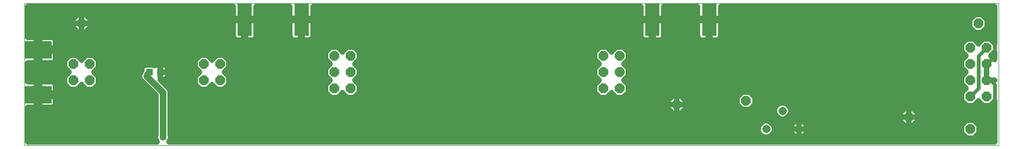
<source format=gbr>
G75*
%MOIN*%
%OFA0B0*%
%FSLAX24Y24*%
%IPPOS*%
%LPD*%
%AMOC8*
5,1,8,0,0,1.08239X$1,22.5*
%
%ADD10C,0.0000*%
%ADD11OC8,0.0600*%
%ADD12C,0.0515*%
%ADD13R,0.0433X0.0394*%
%ADD14R,0.1650X0.1050*%
%ADD15R,0.0900X0.2000*%
%ADD16C,0.0357*%
%ADD17C,0.0320*%
%ADD18C,0.0240*%
%ADD19C,0.0436*%
%ADD20C,0.0400*%
D10*
X003851Y002794D02*
X003851Y011539D01*
X063593Y011539D01*
X063593Y002794D01*
X003851Y002794D01*
X003851Y005094D02*
X003851Y009494D01*
X016901Y011544D02*
X021301Y011544D01*
X041901Y011544D02*
X046301Y011544D01*
D11*
X040351Y008294D03*
X039351Y008294D03*
X039351Y007294D03*
X040351Y007294D03*
X040351Y006294D03*
X039351Y006294D03*
X043851Y005294D03*
X048101Y005544D03*
X058101Y004544D03*
X061851Y003794D03*
X061851Y005794D03*
X062851Y005794D03*
X062851Y006794D03*
X061851Y006794D03*
X061851Y007794D03*
X062851Y007794D03*
X062851Y008794D03*
X061851Y008794D03*
X062351Y010294D03*
X023851Y008294D03*
X022851Y008294D03*
X022851Y007294D03*
X023851Y007294D03*
X023851Y006294D03*
X022851Y006294D03*
X015851Y006794D03*
X014851Y006794D03*
X014851Y007794D03*
X015851Y007794D03*
X007851Y007794D03*
X006851Y007794D03*
X006851Y006794D03*
X007851Y006794D03*
X007351Y010294D03*
D12*
X049351Y003797D03*
X051351Y003797D03*
X050351Y004919D03*
D13*
X012185Y007294D03*
X011516Y007294D03*
D14*
X004683Y005919D03*
X004683Y008670D03*
D15*
X017361Y010534D03*
X020841Y010534D03*
X042361Y010534D03*
X045841Y010534D03*
D16*
X047976Y009419D03*
X049851Y010044D03*
X050851Y010044D03*
X051851Y010544D03*
X052601Y010544D03*
X055601Y009294D03*
X053601Y008794D03*
X052476Y008419D03*
X054101Y007794D03*
X055101Y007919D03*
X055976Y008544D03*
X056726Y008669D03*
X058476Y008419D03*
X060351Y008419D03*
X060851Y009544D03*
X062976Y009669D03*
X062976Y010919D03*
X061476Y010919D03*
X048476Y007169D03*
X051976Y006919D03*
X051976Y006169D03*
X054351Y005544D03*
X055101Y005544D03*
X056726Y005919D03*
X058601Y006044D03*
X060226Y006169D03*
X062851Y004794D03*
X060976Y004544D03*
X059476Y004044D03*
X062851Y003794D03*
X055226Y004544D03*
X052851Y004044D03*
X051976Y003919D03*
X053851Y003794D03*
X054351Y003794D03*
X051976Y004919D03*
X048851Y004794D03*
X046351Y004294D03*
X044351Y004294D03*
X042351Y004294D03*
X039101Y004794D03*
X039851Y005669D03*
X038226Y006294D03*
X037351Y006294D03*
X035351Y006294D03*
X034101Y006294D03*
X032851Y006294D03*
X030851Y006294D03*
X029601Y006294D03*
X028351Y006294D03*
X026351Y006294D03*
X023351Y005294D03*
X021351Y005294D03*
X019351Y005294D03*
X017351Y005294D03*
X015351Y005294D03*
X013351Y005294D03*
X011351Y005294D03*
X009351Y005294D03*
X011351Y007044D03*
X012851Y007294D03*
X009351Y007294D03*
X009351Y009294D03*
X010351Y009294D03*
X012351Y009294D03*
X013351Y009294D03*
X015351Y009294D03*
X017351Y009294D03*
X021351Y009294D03*
X023351Y009294D03*
X026351Y008794D03*
X028351Y008794D03*
X029601Y008794D03*
X030851Y008794D03*
X032851Y008794D03*
X034101Y008794D03*
X035351Y008794D03*
X037351Y008794D03*
X039851Y009044D03*
X042351Y008294D03*
X046351Y008294D03*
X038226Y008044D03*
X042351Y006294D03*
X044351Y006294D03*
X046351Y006294D03*
X037351Y003794D03*
X035351Y003794D03*
X034101Y003794D03*
X032851Y003794D03*
X030851Y003794D03*
X029601Y003794D03*
X028351Y003794D03*
X026351Y003794D03*
X023351Y010294D03*
X025851Y010419D03*
D17*
X021551Y010469D02*
X021551Y009509D01*
X021541Y009459D01*
X021521Y009411D01*
X021493Y009369D01*
X021456Y009332D01*
X021414Y009304D01*
X021366Y009284D01*
X021316Y009274D01*
X020906Y009274D01*
X020906Y010469D01*
X020776Y010469D01*
X020776Y009274D01*
X020365Y009274D01*
X020315Y009284D01*
X020267Y009304D01*
X020225Y009332D01*
X020189Y009369D01*
X020160Y009411D01*
X020141Y009459D01*
X020131Y009509D01*
X020131Y010469D01*
X020776Y010469D01*
X020776Y010599D01*
X020131Y010599D01*
X020131Y011329D01*
X018071Y011329D01*
X018071Y010599D01*
X017426Y010599D01*
X017426Y010469D01*
X018071Y010469D01*
X018071Y009509D01*
X018061Y009459D01*
X018041Y009411D01*
X018013Y009369D01*
X017976Y009332D01*
X017934Y009304D01*
X017886Y009284D01*
X017836Y009274D01*
X017426Y009274D01*
X017426Y010469D01*
X017296Y010469D01*
X017296Y009274D01*
X016885Y009274D01*
X016835Y009284D01*
X016787Y009304D01*
X016745Y009332D01*
X016709Y009369D01*
X016680Y009411D01*
X016661Y009459D01*
X016651Y009509D01*
X016651Y010469D01*
X017296Y010469D01*
X017296Y010599D01*
X016651Y010599D01*
X016651Y011329D01*
X004061Y011329D01*
X004061Y009455D01*
X004581Y009455D01*
X004581Y008773D01*
X004786Y008773D01*
X004786Y009455D01*
X005534Y009455D01*
X005584Y009445D01*
X005632Y009426D01*
X005674Y009397D01*
X005710Y009361D01*
X005739Y009318D01*
X005758Y009271D01*
X005768Y009221D01*
X005768Y008773D01*
X004786Y008773D01*
X004786Y008568D01*
X005768Y008568D01*
X005768Y008120D01*
X005758Y008069D01*
X005739Y008022D01*
X005710Y007979D01*
X005674Y007943D01*
X005632Y007915D01*
X005584Y007895D01*
X005534Y007885D01*
X004786Y007885D01*
X004786Y008568D01*
X004581Y008568D01*
X004581Y007885D01*
X004061Y007885D01*
X004061Y006704D01*
X004581Y006704D01*
X004581Y006021D01*
X004786Y006021D01*
X005768Y006021D01*
X005768Y006469D01*
X005758Y006519D01*
X005739Y006567D01*
X005710Y006609D01*
X005674Y006646D01*
X005632Y006674D01*
X005584Y006694D01*
X005534Y006704D01*
X004786Y006704D01*
X004786Y006021D01*
X004786Y005816D01*
X004786Y005134D01*
X005534Y005134D01*
X005584Y005144D01*
X005632Y005163D01*
X005674Y005192D01*
X005710Y005228D01*
X005739Y005270D01*
X005758Y005318D01*
X005768Y005368D01*
X005768Y005816D01*
X004786Y005816D01*
X004581Y005816D01*
X004581Y005134D01*
X004061Y005134D01*
X004061Y003004D01*
X011993Y003004D01*
X011963Y003035D01*
X011893Y003203D01*
X011893Y003385D01*
X011911Y003428D01*
X011911Y005862D01*
X010978Y006795D01*
X010911Y006957D01*
X010911Y007132D01*
X010978Y007294D01*
X010992Y007308D01*
X011012Y007356D01*
X011059Y007404D01*
X008224Y007404D01*
X008114Y007294D02*
X008391Y007571D01*
X008391Y008018D01*
X008074Y008334D01*
X007627Y008334D01*
X007351Y008058D01*
X007074Y008334D01*
X006627Y008334D01*
X006311Y008018D01*
X006311Y007571D01*
X006587Y007294D01*
X006311Y007018D01*
X006311Y006571D01*
X006627Y006254D01*
X007074Y006254D01*
X007351Y006531D01*
X007627Y006254D01*
X008074Y006254D01*
X008391Y006571D01*
X008391Y007018D01*
X008114Y007294D01*
X008323Y007086D02*
X010911Y007086D01*
X011351Y007044D02*
X011351Y007129D01*
X011516Y007294D01*
X011059Y007404D02*
X011059Y007539D01*
X011096Y007627D01*
X011163Y007695D01*
X011252Y007731D01*
X011780Y007731D01*
X011829Y007711D01*
X011846Y007722D01*
X011893Y007741D01*
X011943Y007751D01*
X012185Y007751D01*
X012185Y007294D01*
X012185Y007294D01*
X012185Y006838D01*
X012180Y006838D01*
X012724Y006294D01*
X012791Y006132D01*
X012791Y003428D01*
X012808Y003385D01*
X012808Y003203D01*
X012739Y003035D01*
X012708Y003004D01*
X063351Y003004D01*
X063351Y005531D01*
X063074Y005254D01*
X062627Y005254D01*
X062351Y005531D01*
X062074Y005254D01*
X061627Y005254D01*
X061311Y005571D01*
X061311Y006018D01*
X061587Y006294D01*
X061311Y006571D01*
X061311Y007018D01*
X061587Y007294D01*
X061311Y007571D01*
X061311Y008018D01*
X061587Y008294D01*
X061311Y008571D01*
X061311Y009018D01*
X061627Y009334D01*
X062074Y009334D01*
X062351Y009058D01*
X062627Y009334D01*
X063074Y009334D01*
X063351Y009058D01*
X063351Y011329D01*
X046551Y011329D01*
X046551Y010599D01*
X045906Y010599D01*
X045906Y010469D01*
X046551Y010469D01*
X046551Y009509D01*
X046541Y009459D01*
X046521Y009411D01*
X046493Y009369D01*
X046456Y009332D01*
X046414Y009304D01*
X046366Y009284D01*
X046316Y009274D01*
X045906Y009274D01*
X045906Y010469D01*
X045776Y010469D01*
X045776Y009274D01*
X045365Y009274D01*
X045315Y009284D01*
X045267Y009304D01*
X045225Y009332D01*
X045189Y009369D01*
X045160Y009411D01*
X045141Y009459D01*
X045131Y009509D01*
X045131Y010469D01*
X045776Y010469D01*
X045776Y010599D01*
X045131Y010599D01*
X045131Y011329D01*
X043071Y011329D01*
X043071Y010599D01*
X042426Y010599D01*
X042426Y010469D01*
X043071Y010469D01*
X043071Y009509D01*
X043061Y009459D01*
X043041Y009411D01*
X043013Y009369D01*
X042976Y009332D01*
X042934Y009304D01*
X042886Y009284D01*
X042836Y009274D01*
X042426Y009274D01*
X042426Y010469D01*
X042296Y010469D01*
X042296Y009274D01*
X041885Y009274D01*
X041835Y009284D01*
X041787Y009304D01*
X041745Y009332D01*
X041709Y009369D01*
X041680Y009411D01*
X041661Y009459D01*
X041651Y009509D01*
X041651Y010469D01*
X042296Y010469D01*
X042296Y010599D01*
X041651Y010599D01*
X041651Y011329D01*
X021551Y011329D01*
X021551Y010599D01*
X020906Y010599D01*
X020906Y010469D01*
X021551Y010469D01*
X020906Y010589D02*
X042296Y010589D01*
X042426Y010589D02*
X045776Y010589D01*
X045906Y010589D02*
X061882Y010589D01*
X061811Y010518D02*
X061811Y010071D01*
X062127Y009754D01*
X062574Y009754D01*
X062891Y010071D01*
X062891Y010518D01*
X062574Y010834D01*
X062127Y010834D01*
X061811Y010518D01*
X062819Y010589D02*
X063351Y010589D01*
X063351Y010271D02*
X062891Y010271D01*
X061811Y010271D02*
X046551Y010271D01*
X045906Y010271D02*
X045776Y010271D01*
X045131Y010271D02*
X043071Y010271D01*
X042426Y010271D02*
X042296Y010271D01*
X041651Y010271D02*
X021551Y010271D01*
X020906Y010271D02*
X020776Y010271D01*
X020131Y010271D02*
X018071Y010271D01*
X017426Y010271D02*
X017296Y010271D01*
X016651Y010271D02*
X007911Y010271D01*
X007911Y010294D02*
X007351Y010294D01*
X007351Y010294D01*
X007351Y009734D01*
X007583Y009734D01*
X007911Y010062D01*
X007911Y010294D01*
X007911Y010526D01*
X007583Y010854D01*
X007351Y010854D01*
X007351Y010294D01*
X007351Y010294D01*
X007911Y010294D01*
X007351Y010294D02*
X007351Y010294D01*
X007351Y009734D01*
X007119Y009734D01*
X006791Y010062D01*
X006791Y010294D01*
X007351Y010294D01*
X007351Y010294D01*
X006791Y010294D01*
X006791Y010526D01*
X007119Y010854D01*
X007351Y010854D01*
X007351Y010294D01*
X007351Y010271D02*
X007351Y010271D01*
X006791Y010271D02*
X004061Y010271D01*
X004061Y010589D02*
X006854Y010589D01*
X007351Y010589D02*
X007351Y010589D01*
X007848Y010589D02*
X017296Y010589D01*
X017426Y010589D02*
X020776Y010589D01*
X020131Y010908D02*
X018071Y010908D01*
X018071Y011226D02*
X020131Y011226D01*
X021551Y011226D02*
X041651Y011226D01*
X041651Y010908D02*
X021551Y010908D01*
X021551Y009952D02*
X041651Y009952D01*
X042296Y009952D02*
X042426Y009952D01*
X043071Y009952D02*
X045131Y009952D01*
X045776Y009952D02*
X045906Y009952D01*
X046551Y009952D02*
X061929Y009952D01*
X062772Y009952D02*
X063351Y009952D01*
X063351Y009634D02*
X046551Y009634D01*
X045906Y009634D02*
X045776Y009634D01*
X045131Y009634D02*
X043071Y009634D01*
X042426Y009634D02*
X042296Y009634D01*
X041651Y009634D02*
X021551Y009634D01*
X020906Y009634D02*
X020776Y009634D01*
X020131Y009634D02*
X018071Y009634D01*
X017426Y009634D02*
X017296Y009634D01*
X016651Y009634D02*
X004061Y009634D01*
X004061Y009952D02*
X006901Y009952D01*
X007351Y009952D02*
X007351Y009952D01*
X007801Y009952D02*
X016651Y009952D01*
X017296Y009952D02*
X017426Y009952D01*
X018071Y009952D02*
X020131Y009952D01*
X020776Y009952D02*
X020906Y009952D01*
X020906Y009315D02*
X020776Y009315D01*
X020250Y009315D02*
X017951Y009315D01*
X017426Y009315D02*
X017296Y009315D01*
X016770Y009315D02*
X005740Y009315D01*
X005768Y008997D02*
X061311Y008997D01*
X061311Y008678D02*
X040730Y008678D01*
X040574Y008834D02*
X040127Y008834D01*
X039851Y008558D01*
X039574Y008834D01*
X039127Y008834D01*
X038811Y008518D01*
X038811Y008071D01*
X039087Y007794D01*
X038811Y007518D01*
X038811Y007071D01*
X039087Y006794D01*
X038811Y006518D01*
X038811Y006071D01*
X039127Y005754D01*
X039574Y005754D01*
X039851Y006031D01*
X040127Y005754D01*
X040574Y005754D01*
X040891Y006071D01*
X040891Y006518D01*
X040614Y006794D01*
X040891Y007071D01*
X040891Y007518D01*
X040614Y007794D01*
X040891Y008071D01*
X040891Y008518D01*
X040574Y008834D01*
X039971Y008678D02*
X039730Y008678D01*
X038971Y008678D02*
X024230Y008678D01*
X024074Y008834D02*
X023627Y008834D01*
X023351Y008558D01*
X023074Y008834D01*
X022627Y008834D01*
X022311Y008518D01*
X022311Y008071D01*
X022587Y007794D01*
X022311Y007518D01*
X022311Y007071D01*
X022587Y006794D01*
X022311Y006518D01*
X022311Y006071D01*
X022627Y005754D01*
X023074Y005754D01*
X023351Y006031D01*
X023627Y005754D01*
X024074Y005754D01*
X024391Y006071D01*
X024391Y006518D01*
X024114Y006794D01*
X024391Y007071D01*
X024391Y007518D01*
X024114Y007794D01*
X024391Y008071D01*
X024391Y008518D01*
X024074Y008834D01*
X023471Y008678D02*
X023230Y008678D01*
X022471Y008678D02*
X004786Y008678D01*
X004786Y008360D02*
X004581Y008360D01*
X004581Y008041D02*
X004786Y008041D01*
X004061Y007723D02*
X006311Y007723D01*
X006334Y008041D02*
X005747Y008041D01*
X005768Y008360D02*
X022311Y008360D01*
X022340Y008041D02*
X016367Y008041D01*
X016391Y008018D02*
X016074Y008334D01*
X015627Y008334D01*
X015351Y008058D01*
X015074Y008334D01*
X014627Y008334D01*
X014311Y008018D01*
X014311Y007571D01*
X014587Y007294D01*
X014311Y007018D01*
X014311Y006571D01*
X014627Y006254D01*
X015074Y006254D01*
X015351Y006531D01*
X015627Y006254D01*
X016074Y006254D01*
X016391Y006571D01*
X016391Y007018D01*
X016114Y007294D01*
X016391Y007571D01*
X016391Y008018D01*
X016391Y007723D02*
X022515Y007723D01*
X022311Y007404D02*
X016224Y007404D01*
X016323Y007086D02*
X022311Y007086D01*
X022560Y006767D02*
X016391Y006767D01*
X016269Y006449D02*
X022311Y006449D01*
X022311Y006130D02*
X012791Y006130D01*
X012791Y005812D02*
X022569Y005812D01*
X023132Y005812D02*
X023569Y005812D01*
X024132Y005812D02*
X039069Y005812D01*
X039632Y005812D02*
X040069Y005812D01*
X040632Y005812D02*
X043576Y005812D01*
X043619Y005854D02*
X043291Y005526D01*
X043291Y005294D01*
X043291Y005062D01*
X043619Y004734D01*
X043851Y004734D01*
X044083Y004734D01*
X044411Y005062D01*
X044411Y005294D01*
X043851Y005294D01*
X043851Y005294D01*
X043851Y004734D01*
X043851Y005294D01*
X043851Y005294D01*
X044411Y005294D01*
X044411Y005526D01*
X044083Y005854D01*
X043851Y005854D01*
X043851Y005294D01*
X043291Y005294D01*
X043851Y005294D01*
X043851Y005294D01*
X043851Y005294D01*
X043851Y005854D01*
X043619Y005854D01*
X043851Y005812D02*
X043851Y005812D01*
X044125Y005812D02*
X047604Y005812D01*
X047561Y005768D02*
X047561Y005321D01*
X047877Y005004D01*
X048324Y005004D01*
X048641Y005321D01*
X048641Y005768D01*
X048324Y006084D01*
X047877Y006084D01*
X047561Y005768D01*
X047561Y005493D02*
X044411Y005493D01*
X043851Y005493D02*
X043851Y005493D01*
X043291Y005493D02*
X012791Y005493D01*
X012791Y005175D02*
X043291Y005175D01*
X043851Y005175D02*
X043851Y005175D01*
X044411Y005175D02*
X047706Y005175D01*
X048495Y005175D02*
X049918Y005175D01*
X049929Y005201D02*
X049853Y005018D01*
X049853Y004820D01*
X049929Y004638D01*
X050069Y004498D01*
X050252Y004422D01*
X050450Y004422D01*
X050632Y004498D01*
X050772Y004638D01*
X050848Y004820D01*
X050848Y005018D01*
X050772Y005201D01*
X050632Y005341D01*
X050450Y005417D01*
X050252Y005417D01*
X050069Y005341D01*
X049929Y005201D01*
X050783Y005175D02*
X063351Y005175D01*
X063351Y005493D02*
X063313Y005493D01*
X062388Y005493D02*
X062313Y005493D01*
X061388Y005493D02*
X048641Y005493D01*
X048597Y005812D02*
X061311Y005812D01*
X061423Y006130D02*
X040891Y006130D01*
X040891Y006449D02*
X061432Y006449D01*
X061311Y006767D02*
X040641Y006767D01*
X039060Y006767D02*
X024141Y006767D01*
X024391Y006449D02*
X038811Y006449D01*
X038811Y006130D02*
X024391Y006130D01*
X024391Y007086D02*
X038811Y007086D01*
X038811Y007404D02*
X024391Y007404D01*
X024186Y007723D02*
X039015Y007723D01*
X038840Y008041D02*
X024361Y008041D01*
X024391Y008360D02*
X038811Y008360D01*
X040686Y007723D02*
X061311Y007723D01*
X061334Y008041D02*
X040861Y008041D01*
X040891Y008360D02*
X061521Y008360D01*
X063128Y008309D02*
X063351Y008086D01*
X063351Y008531D01*
X063128Y008309D01*
X063180Y008360D02*
X063351Y008360D01*
X062851Y007794D02*
X062851Y006794D01*
X062851Y006794D01*
X063351Y006794D01*
X063351Y006794D01*
X062851Y006794D01*
X062851Y006794D01*
X062851Y007354D01*
X062851Y007794D01*
X062851Y007794D01*
X062851Y007723D02*
X062851Y007723D01*
X062851Y007404D02*
X062851Y007404D01*
X062851Y007086D02*
X062851Y007086D01*
X061477Y007404D02*
X040891Y007404D01*
X040891Y007086D02*
X061378Y007086D01*
X058661Y004776D02*
X058333Y005104D01*
X058101Y005104D01*
X058101Y004544D01*
X058101Y004544D01*
X058661Y004544D01*
X058661Y004312D01*
X058333Y003984D01*
X058101Y003984D01*
X058101Y004544D01*
X058101Y004544D01*
X058661Y004544D01*
X058661Y004776D01*
X058581Y004856D02*
X063351Y004856D01*
X063351Y004538D02*
X058661Y004538D01*
X058101Y004538D02*
X058101Y004538D01*
X058101Y004544D02*
X058101Y003984D01*
X057869Y003984D01*
X057541Y004312D01*
X057541Y004544D01*
X058101Y004544D01*
X058101Y004544D01*
X058101Y004544D01*
X057541Y004544D01*
X057541Y004776D01*
X057869Y005104D01*
X058101Y005104D01*
X058101Y004544D01*
X057541Y004538D02*
X050673Y004538D01*
X051229Y004302D02*
X051310Y004315D01*
X051351Y004315D01*
X051391Y004315D01*
X051472Y004302D01*
X051549Y004277D01*
X051622Y004240D01*
X051688Y004192D01*
X051745Y004134D01*
X051793Y004069D01*
X051830Y003996D01*
X051855Y003919D01*
X051868Y003838D01*
X051868Y003797D01*
X051351Y003797D01*
X051351Y003797D01*
X051351Y003280D01*
X051391Y003280D01*
X051472Y003293D01*
X051549Y003318D01*
X051622Y003355D01*
X051688Y003403D01*
X051745Y003460D01*
X051793Y003526D01*
X051830Y003599D01*
X051855Y003676D01*
X051868Y003757D01*
X051868Y003797D01*
X051351Y003797D01*
X051351Y003797D01*
X051351Y003280D01*
X051310Y003280D01*
X051229Y003293D01*
X051152Y003318D01*
X051079Y003355D01*
X051014Y003403D01*
X050956Y003460D01*
X050908Y003526D01*
X050871Y003599D01*
X050846Y003676D01*
X050833Y003757D01*
X050833Y003797D01*
X051351Y003797D01*
X051351Y003797D01*
X051351Y004315D01*
X051351Y003797D01*
X051351Y003797D01*
X050833Y003797D01*
X050833Y003838D01*
X050846Y003919D01*
X050871Y003996D01*
X050908Y004069D01*
X050956Y004134D01*
X051014Y004192D01*
X051079Y004240D01*
X051152Y004277D01*
X051229Y004302D01*
X051351Y004219D02*
X051351Y004219D01*
X051650Y004219D02*
X057634Y004219D01*
X058101Y004219D02*
X058101Y004219D01*
X058568Y004219D02*
X061512Y004219D01*
X061627Y004334D02*
X061311Y004018D01*
X061311Y003571D01*
X061627Y003254D01*
X062074Y003254D01*
X062391Y003571D01*
X062391Y004018D01*
X062074Y004334D01*
X061627Y004334D01*
X062189Y004219D02*
X063351Y004219D01*
X063351Y003901D02*
X062391Y003901D01*
X061311Y003901D02*
X051858Y003901D01*
X051351Y003901D02*
X051351Y003901D01*
X050843Y003901D02*
X049846Y003901D01*
X049848Y003896D02*
X049772Y004079D01*
X049632Y004219D01*
X049450Y004295D01*
X049252Y004295D01*
X049069Y004219D01*
X048929Y004079D01*
X048853Y003896D01*
X048853Y003698D01*
X048929Y003516D01*
X049069Y003376D01*
X049252Y003300D01*
X049450Y003300D01*
X049632Y003376D01*
X049772Y003516D01*
X049848Y003698D01*
X049848Y003896D01*
X049800Y003582D02*
X050879Y003582D01*
X051351Y003582D02*
X051351Y003582D01*
X051822Y003582D02*
X061311Y003582D01*
X062391Y003582D02*
X063351Y003582D01*
X063351Y003264D02*
X062084Y003264D01*
X061617Y003264D02*
X012808Y003264D01*
X012791Y003582D02*
X048901Y003582D01*
X048855Y003901D02*
X012791Y003901D01*
X012791Y004219D02*
X049070Y004219D01*
X049632Y004219D02*
X051051Y004219D01*
X050029Y004538D02*
X012791Y004538D01*
X012791Y004856D02*
X043497Y004856D01*
X043851Y004856D02*
X043851Y004856D01*
X044205Y004856D02*
X049853Y004856D01*
X050848Y004856D02*
X057621Y004856D01*
X058101Y004856D02*
X058101Y004856D01*
X061608Y009315D02*
X046431Y009315D01*
X045906Y009315D02*
X045776Y009315D01*
X045250Y009315D02*
X042951Y009315D01*
X042426Y009315D02*
X042296Y009315D01*
X041770Y009315D02*
X021431Y009315D01*
X016651Y010908D02*
X004061Y010908D01*
X004061Y011226D02*
X016651Y011226D01*
X004786Y009315D02*
X004581Y009315D01*
X004581Y008997D02*
X004786Y008997D01*
X008367Y008041D02*
X014334Y008041D01*
X014311Y007723D02*
X012522Y007723D01*
X012525Y007722D02*
X012478Y007741D01*
X012427Y007751D01*
X012185Y007751D01*
X012185Y007294D01*
X012185Y006838D01*
X012427Y006838D01*
X012478Y006848D01*
X012525Y006867D01*
X012568Y006896D01*
X012604Y006932D01*
X012632Y006974D01*
X012652Y007022D01*
X012662Y007072D01*
X012662Y007294D01*
X012185Y007294D01*
X012851Y007294D01*
X012662Y007294D02*
X012662Y007517D01*
X012652Y007567D01*
X012632Y007614D01*
X012604Y007657D01*
X012568Y007693D01*
X012525Y007722D01*
X012185Y007723D02*
X012185Y007723D01*
X011849Y007723D02*
X011800Y007723D01*
X011232Y007723D02*
X008391Y007723D01*
X006477Y007404D02*
X004061Y007404D01*
X004061Y007086D02*
X006378Y007086D01*
X006311Y006767D02*
X004061Y006767D01*
X004581Y006449D02*
X004786Y006449D01*
X004786Y006130D02*
X004581Y006130D01*
X004581Y005812D02*
X004786Y005812D01*
X004786Y005493D02*
X004581Y005493D01*
X004581Y005175D02*
X004786Y005175D01*
X005649Y005175D02*
X011911Y005175D01*
X011911Y005493D02*
X005768Y005493D01*
X005768Y005812D02*
X011911Y005812D01*
X011642Y006130D02*
X005768Y006130D01*
X005768Y006449D02*
X006432Y006449D01*
X007269Y006449D02*
X007432Y006449D01*
X008269Y006449D02*
X011324Y006449D01*
X011005Y006767D02*
X008391Y006767D01*
X012185Y007086D02*
X012185Y007086D01*
X012185Y007294D02*
X012185Y007294D01*
X012185Y007294D01*
X012662Y007294D01*
X012662Y007404D02*
X014477Y007404D01*
X014378Y007086D02*
X012662Y007086D01*
X012185Y007404D02*
X012185Y007404D01*
X012250Y006767D02*
X014311Y006767D01*
X014432Y006449D02*
X012568Y006449D01*
X015269Y006449D02*
X015432Y006449D01*
X011911Y004856D02*
X004061Y004856D01*
X004061Y004538D02*
X011911Y004538D01*
X011911Y004219D02*
X004061Y004219D01*
X004061Y003901D02*
X011911Y003901D01*
X011911Y003582D02*
X004061Y003582D01*
X004061Y003264D02*
X011893Y003264D01*
X043071Y010908D02*
X045131Y010908D01*
X045131Y011226D02*
X043071Y011226D01*
X046551Y011226D02*
X063351Y011226D01*
X063351Y010908D02*
X046551Y010908D01*
X062093Y009315D02*
X062608Y009315D01*
X063093Y009315D02*
X063351Y009315D01*
D18*
X063351Y009294D02*
X062976Y009669D01*
X063351Y009294D02*
X063351Y008294D01*
X062851Y007794D01*
X062351Y008294D02*
X062851Y008794D01*
X062351Y008294D02*
X062351Y006294D01*
X061851Y005794D01*
X062851Y004794D02*
X063351Y005294D01*
X063351Y006544D01*
X063101Y006794D01*
X062851Y006794D01*
D19*
X012351Y003294D03*
D20*
X012351Y006044D01*
X011351Y007044D01*
M02*

</source>
